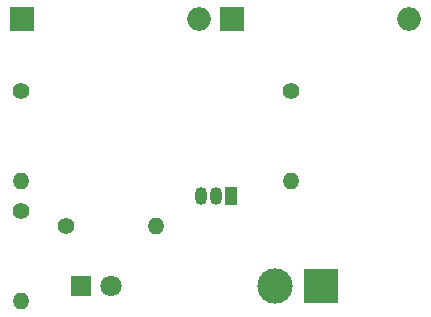
<source format=gbr>
%TF.GenerationSoftware,KiCad,Pcbnew,(6.0.4)*%
%TF.CreationDate,2022-06-10T14:34:12+05:30*%
%TF.ProjectId,saran batch,73617261-6e20-4626-9174-63682e6b6963,rev?*%
%TF.SameCoordinates,Original*%
%TF.FileFunction,Soldermask,Bot*%
%TF.FilePolarity,Negative*%
%FSLAX46Y46*%
G04 Gerber Fmt 4.6, Leading zero omitted, Abs format (unit mm)*
G04 Created by KiCad (PCBNEW (6.0.4)) date 2022-06-10 14:34:12*
%MOMM*%
%LPD*%
G01*
G04 APERTURE LIST*
%ADD10C,1.400000*%
%ADD11O,1.400000X1.400000*%
%ADD12R,1.050000X1.500000*%
%ADD13O,1.050000X1.500000*%
%ADD14R,3.000000X3.000000*%
%ADD15C,3.000000*%
%ADD16R,1.800000X1.800000*%
%ADD17C,1.800000*%
%ADD18R,2.000000X2.000000*%
%ADD19O,2.000000X2.000000*%
G04 APERTURE END LIST*
D10*
%TO.C,R4*%
X152400000Y-87630000D03*
D11*
X152400000Y-95250000D03*
%TD*%
D10*
%TO.C,R3*%
X133350000Y-99060000D03*
D11*
X140970000Y-99060000D03*
%TD*%
D10*
%TO.C,R2*%
X129540000Y-97790000D03*
D11*
X129540000Y-105410000D03*
%TD*%
D10*
%TO.C,R1*%
X129540000Y-87630000D03*
D11*
X129540000Y-95250000D03*
%TD*%
D12*
%TO.C,Q1*%
X147320000Y-96520000D03*
D13*
X146050000Y-96520000D03*
X144780000Y-96520000D03*
%TD*%
D14*
%TO.C,J1*%
X154940000Y-104140000D03*
D15*
X151060000Y-104140000D03*
%TD*%
D16*
%TO.C,D1*%
X134620000Y-104140000D03*
D17*
X137160000Y-104140000D03*
%TD*%
D18*
%TO.C,C3*%
X129660000Y-81522500D03*
D19*
X144660000Y-81522500D03*
%TD*%
D18*
%TO.C,C2*%
X147440000Y-81522500D03*
D19*
X162440000Y-81522500D03*
%TD*%
M02*

</source>
